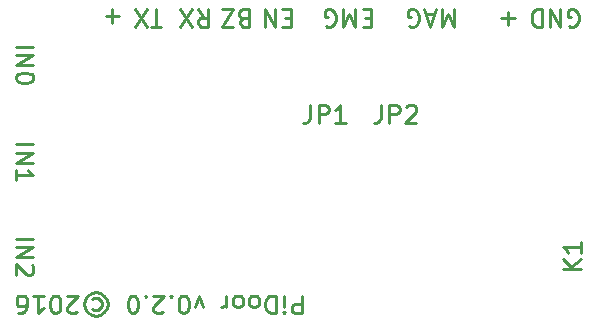
<source format=gto>
G04 #@! TF.FileFunction,Legend,Top*
%FSLAX46Y46*%
G04 Gerber Fmt 4.6, Leading zero omitted, Abs format (unit mm)*
G04 Created by KiCad (PCBNEW 4.0.2+dfsg1-stable) date Thu 06 Oct 2016 17:54:39 BST*
%MOMM*%
G01*
G04 APERTURE LIST*
%ADD10C,0.150000*%
%ADD11C,0.250000*%
%ADD12C,2.000000*%
%ADD13O,1.727200X1.727200*%
%ADD14C,2.400000*%
%ADD15R,2.000000X2.000000*%
%ADD16C,2.000000*%
G04 APERTURE END LIST*
D10*
D11*
X153335713Y-140331429D02*
X153335713Y-141831429D01*
X152764285Y-141831429D01*
X152621427Y-141760000D01*
X152549999Y-141688571D01*
X152478570Y-141545714D01*
X152478570Y-141331429D01*
X152549999Y-141188571D01*
X152621427Y-141117143D01*
X152764285Y-141045714D01*
X153335713Y-141045714D01*
X151835713Y-140331429D02*
X151835713Y-141331429D01*
X151835713Y-141831429D02*
X151907142Y-141760000D01*
X151835713Y-141688571D01*
X151764285Y-141760000D01*
X151835713Y-141831429D01*
X151835713Y-141688571D01*
X151121427Y-140331429D02*
X151121427Y-141831429D01*
X150764284Y-141831429D01*
X150549999Y-141760000D01*
X150407141Y-141617143D01*
X150335713Y-141474286D01*
X150264284Y-141188571D01*
X150264284Y-140974286D01*
X150335713Y-140688571D01*
X150407141Y-140545714D01*
X150549999Y-140402857D01*
X150764284Y-140331429D01*
X151121427Y-140331429D01*
X149407141Y-140331429D02*
X149549999Y-140402857D01*
X149621427Y-140474286D01*
X149692856Y-140617143D01*
X149692856Y-141045714D01*
X149621427Y-141188571D01*
X149549999Y-141260000D01*
X149407141Y-141331429D01*
X149192856Y-141331429D01*
X149049999Y-141260000D01*
X148978570Y-141188571D01*
X148907141Y-141045714D01*
X148907141Y-140617143D01*
X148978570Y-140474286D01*
X149049999Y-140402857D01*
X149192856Y-140331429D01*
X149407141Y-140331429D01*
X148049998Y-140331429D02*
X148192856Y-140402857D01*
X148264284Y-140474286D01*
X148335713Y-140617143D01*
X148335713Y-141045714D01*
X148264284Y-141188571D01*
X148192856Y-141260000D01*
X148049998Y-141331429D01*
X147835713Y-141331429D01*
X147692856Y-141260000D01*
X147621427Y-141188571D01*
X147549998Y-141045714D01*
X147549998Y-140617143D01*
X147621427Y-140474286D01*
X147692856Y-140402857D01*
X147835713Y-140331429D01*
X148049998Y-140331429D01*
X146907141Y-140331429D02*
X146907141Y-141331429D01*
X146907141Y-141045714D02*
X146835713Y-141188571D01*
X146764284Y-141260000D01*
X146621427Y-141331429D01*
X146478570Y-141331429D01*
X144978570Y-141331429D02*
X144621427Y-140331429D01*
X144264285Y-141331429D01*
X143407142Y-141831429D02*
X143264285Y-141831429D01*
X143121428Y-141760000D01*
X143049999Y-141688571D01*
X142978570Y-141545714D01*
X142907142Y-141260000D01*
X142907142Y-140902857D01*
X142978570Y-140617143D01*
X143049999Y-140474286D01*
X143121428Y-140402857D01*
X143264285Y-140331429D01*
X143407142Y-140331429D01*
X143549999Y-140402857D01*
X143621428Y-140474286D01*
X143692856Y-140617143D01*
X143764285Y-140902857D01*
X143764285Y-141260000D01*
X143692856Y-141545714D01*
X143621428Y-141688571D01*
X143549999Y-141760000D01*
X143407142Y-141831429D01*
X142264285Y-140474286D02*
X142192857Y-140402857D01*
X142264285Y-140331429D01*
X142335714Y-140402857D01*
X142264285Y-140474286D01*
X142264285Y-140331429D01*
X141621428Y-141688571D02*
X141549999Y-141760000D01*
X141407142Y-141831429D01*
X141049999Y-141831429D01*
X140907142Y-141760000D01*
X140835713Y-141688571D01*
X140764285Y-141545714D01*
X140764285Y-141402857D01*
X140835713Y-141188571D01*
X141692856Y-140331429D01*
X140764285Y-140331429D01*
X140121428Y-140474286D02*
X140050000Y-140402857D01*
X140121428Y-140331429D01*
X140192857Y-140402857D01*
X140121428Y-140474286D01*
X140121428Y-140331429D01*
X139121428Y-141831429D02*
X138978571Y-141831429D01*
X138835714Y-141760000D01*
X138764285Y-141688571D01*
X138692856Y-141545714D01*
X138621428Y-141260000D01*
X138621428Y-140902857D01*
X138692856Y-140617143D01*
X138764285Y-140474286D01*
X138835714Y-140402857D01*
X138978571Y-140331429D01*
X139121428Y-140331429D01*
X139264285Y-140402857D01*
X139335714Y-140474286D01*
X139407142Y-140617143D01*
X139478571Y-140902857D01*
X139478571Y-141260000D01*
X139407142Y-141545714D01*
X139335714Y-141688571D01*
X139264285Y-141760000D01*
X139121428Y-141831429D01*
X135621428Y-141474286D02*
X135764286Y-141545714D01*
X136050000Y-141545714D01*
X136192857Y-141474286D01*
X136335714Y-141331429D01*
X136407143Y-141188571D01*
X136407143Y-140902857D01*
X136335714Y-140760000D01*
X136192857Y-140617143D01*
X136050000Y-140545714D01*
X135764286Y-140545714D01*
X135621428Y-140617143D01*
X135907143Y-142045714D02*
X136264286Y-141974286D01*
X136621428Y-141760000D01*
X136835714Y-141402857D01*
X136907143Y-141045714D01*
X136835714Y-140688571D01*
X136621428Y-140331429D01*
X136264286Y-140117143D01*
X135907143Y-140045714D01*
X135550000Y-140117143D01*
X135192857Y-140331429D01*
X134978571Y-140688571D01*
X134907143Y-141045714D01*
X134978571Y-141402857D01*
X135192857Y-141760000D01*
X135550000Y-141974286D01*
X135907143Y-142045714D01*
X134335714Y-141688571D02*
X134264285Y-141760000D01*
X134121428Y-141831429D01*
X133764285Y-141831429D01*
X133621428Y-141760000D01*
X133549999Y-141688571D01*
X133478571Y-141545714D01*
X133478571Y-141402857D01*
X133549999Y-141188571D01*
X134407142Y-140331429D01*
X133478571Y-140331429D01*
X132550000Y-141831429D02*
X132407143Y-141831429D01*
X132264286Y-141760000D01*
X132192857Y-141688571D01*
X132121428Y-141545714D01*
X132050000Y-141260000D01*
X132050000Y-140902857D01*
X132121428Y-140617143D01*
X132192857Y-140474286D01*
X132264286Y-140402857D01*
X132407143Y-140331429D01*
X132550000Y-140331429D01*
X132692857Y-140402857D01*
X132764286Y-140474286D01*
X132835714Y-140617143D01*
X132907143Y-140902857D01*
X132907143Y-141260000D01*
X132835714Y-141545714D01*
X132764286Y-141688571D01*
X132692857Y-141760000D01*
X132550000Y-141831429D01*
X130621429Y-140331429D02*
X131478572Y-140331429D01*
X131050000Y-140331429D02*
X131050000Y-141831429D01*
X131192857Y-141617143D01*
X131335715Y-141474286D01*
X131478572Y-141402857D01*
X129335715Y-141831429D02*
X129621429Y-141831429D01*
X129764286Y-141760000D01*
X129835715Y-141688571D01*
X129978572Y-141474286D01*
X130050001Y-141188571D01*
X130050001Y-140617143D01*
X129978572Y-140474286D01*
X129907144Y-140402857D01*
X129764286Y-140331429D01*
X129478572Y-140331429D01*
X129335715Y-140402857D01*
X129264286Y-140474286D01*
X129192858Y-140617143D01*
X129192858Y-140974286D01*
X129264286Y-141117143D01*
X129335715Y-141188571D01*
X129478572Y-141260000D01*
X129764286Y-141260000D01*
X129907144Y-141188571D01*
X129978572Y-141117143D01*
X130050001Y-140974286D01*
X129121429Y-135510000D02*
X130621429Y-135510000D01*
X129121429Y-136224286D02*
X130621429Y-136224286D01*
X129121429Y-137081429D01*
X130621429Y-137081429D01*
X130478571Y-137724286D02*
X130550000Y-137795715D01*
X130621429Y-137938572D01*
X130621429Y-138295715D01*
X130550000Y-138438572D01*
X130478571Y-138510001D01*
X130335714Y-138581429D01*
X130192857Y-138581429D01*
X129978571Y-138510001D01*
X129121429Y-137652858D01*
X129121429Y-138581429D01*
X129121429Y-127510000D02*
X130621429Y-127510000D01*
X129121429Y-128224286D02*
X130621429Y-128224286D01*
X129121429Y-129081429D01*
X130621429Y-129081429D01*
X129121429Y-130581429D02*
X129121429Y-129724286D01*
X129121429Y-130152858D02*
X130621429Y-130152858D01*
X130407143Y-130010001D01*
X130264286Y-129867143D01*
X130192857Y-129724286D01*
X129121429Y-119260000D02*
X130621429Y-119260000D01*
X129121429Y-119974286D02*
X130621429Y-119974286D01*
X129121429Y-120831429D01*
X130621429Y-120831429D01*
X130621429Y-121831429D02*
X130621429Y-121974286D01*
X130550000Y-122117143D01*
X130478571Y-122188572D01*
X130335714Y-122260001D01*
X130050000Y-122331429D01*
X129692857Y-122331429D01*
X129407143Y-122260001D01*
X129264286Y-122188572D01*
X129192857Y-122117143D01*
X129121429Y-121974286D01*
X129121429Y-121831429D01*
X129192857Y-121688572D01*
X129264286Y-121617143D01*
X129407143Y-121545715D01*
X129692857Y-121474286D01*
X130050000Y-121474286D01*
X130335714Y-121545715D01*
X130478571Y-121617143D01*
X130550000Y-121688572D01*
X130621429Y-121831429D01*
X137871428Y-116652857D02*
X136728571Y-116652857D01*
X137300000Y-116081429D02*
X137300000Y-117224286D01*
X166192857Y-116081429D02*
X166192857Y-117581429D01*
X165692857Y-116510000D01*
X165192857Y-117581429D01*
X165192857Y-116081429D01*
X164550000Y-116510000D02*
X163835714Y-116510000D01*
X164692857Y-116081429D02*
X164192857Y-117581429D01*
X163692857Y-116081429D01*
X162407143Y-117510000D02*
X162550000Y-117581429D01*
X162764286Y-117581429D01*
X162978571Y-117510000D01*
X163121429Y-117367143D01*
X163192857Y-117224286D01*
X163264286Y-116938571D01*
X163264286Y-116724286D01*
X163192857Y-116438571D01*
X163121429Y-116295714D01*
X162978571Y-116152857D01*
X162764286Y-116081429D01*
X162621429Y-116081429D01*
X162407143Y-116152857D01*
X162335714Y-116224286D01*
X162335714Y-116724286D01*
X162621429Y-116724286D01*
X152407143Y-116867143D02*
X151907143Y-116867143D01*
X151692857Y-116081429D02*
X152407143Y-116081429D01*
X152407143Y-117581429D01*
X151692857Y-117581429D01*
X151050000Y-116081429D02*
X151050000Y-117581429D01*
X150192857Y-116081429D01*
X150192857Y-117581429D01*
X148407142Y-116867143D02*
X148192856Y-116795714D01*
X148121428Y-116724286D01*
X148049999Y-116581429D01*
X148049999Y-116367143D01*
X148121428Y-116224286D01*
X148192856Y-116152857D01*
X148335714Y-116081429D01*
X148907142Y-116081429D01*
X148907142Y-117581429D01*
X148407142Y-117581429D01*
X148264285Y-117510000D01*
X148192856Y-117438571D01*
X148121428Y-117295714D01*
X148121428Y-117152857D01*
X148192856Y-117010000D01*
X148264285Y-116938571D01*
X148407142Y-116867143D01*
X148907142Y-116867143D01*
X147549999Y-117581429D02*
X146549999Y-117581429D01*
X147549999Y-116081429D01*
X146549999Y-116081429D01*
X144549999Y-116081429D02*
X145049999Y-116795714D01*
X145407142Y-116081429D02*
X145407142Y-117581429D01*
X144835714Y-117581429D01*
X144692856Y-117510000D01*
X144621428Y-117438571D01*
X144549999Y-117295714D01*
X144549999Y-117081429D01*
X144621428Y-116938571D01*
X144692856Y-116867143D01*
X144835714Y-116795714D01*
X145407142Y-116795714D01*
X144049999Y-117581429D02*
X143049999Y-116081429D01*
X143049999Y-117581429D02*
X144049999Y-116081429D01*
X141442857Y-117581429D02*
X140585714Y-117581429D01*
X141014285Y-116081429D02*
X141014285Y-117581429D01*
X140228571Y-117581429D02*
X139228571Y-116081429D01*
X139228571Y-117581429D02*
X140228571Y-116081429D01*
X159228571Y-116867143D02*
X158728571Y-116867143D01*
X158514285Y-116081429D02*
X159228571Y-116081429D01*
X159228571Y-117581429D01*
X158514285Y-117581429D01*
X157871428Y-116081429D02*
X157871428Y-117581429D01*
X157371428Y-116510000D01*
X156871428Y-117581429D01*
X156871428Y-116081429D01*
X155371428Y-117510000D02*
X155514285Y-117581429D01*
X155728571Y-117581429D01*
X155942856Y-117510000D01*
X156085714Y-117367143D01*
X156157142Y-117224286D01*
X156228571Y-116938571D01*
X156228571Y-116724286D01*
X156157142Y-116438571D01*
X156085714Y-116295714D01*
X155942856Y-116152857D01*
X155728571Y-116081429D01*
X155585714Y-116081429D01*
X155371428Y-116152857D01*
X155299999Y-116224286D01*
X155299999Y-116724286D01*
X155585714Y-116724286D01*
X175942857Y-117510000D02*
X176085714Y-117581429D01*
X176300000Y-117581429D01*
X176514285Y-117510000D01*
X176657143Y-117367143D01*
X176728571Y-117224286D01*
X176800000Y-116938571D01*
X176800000Y-116724286D01*
X176728571Y-116438571D01*
X176657143Y-116295714D01*
X176514285Y-116152857D01*
X176300000Y-116081429D01*
X176157143Y-116081429D01*
X175942857Y-116152857D01*
X175871428Y-116224286D01*
X175871428Y-116724286D01*
X176157143Y-116724286D01*
X175228571Y-116081429D02*
X175228571Y-117581429D01*
X174371428Y-116081429D01*
X174371428Y-117581429D01*
X173657142Y-116081429D02*
X173657142Y-117581429D01*
X173299999Y-117581429D01*
X173085714Y-117510000D01*
X172942856Y-117367143D01*
X172871428Y-117224286D01*
X172799999Y-116938571D01*
X172799999Y-116724286D01*
X172871428Y-116438571D01*
X172942856Y-116295714D01*
X173085714Y-116152857D01*
X173299999Y-116081429D01*
X173657142Y-116081429D01*
X171371428Y-116867143D02*
X170228571Y-116867143D01*
X170800000Y-117438571D02*
X170800000Y-116295714D01*
X154050000Y-124188571D02*
X154050000Y-125260000D01*
X153978572Y-125474286D01*
X153835715Y-125617143D01*
X153621429Y-125688571D01*
X153478572Y-125688571D01*
X154764286Y-125688571D02*
X154764286Y-124188571D01*
X155335714Y-124188571D01*
X155478572Y-124260000D01*
X155550000Y-124331429D01*
X155621429Y-124474286D01*
X155621429Y-124688571D01*
X155550000Y-124831429D01*
X155478572Y-124902857D01*
X155335714Y-124974286D01*
X154764286Y-124974286D01*
X157050000Y-125688571D02*
X156192857Y-125688571D01*
X156621429Y-125688571D02*
X156621429Y-124188571D01*
X156478572Y-124402857D01*
X156335714Y-124545714D01*
X156192857Y-124617143D01*
X160050000Y-124188571D02*
X160050000Y-125260000D01*
X159978572Y-125474286D01*
X159835715Y-125617143D01*
X159621429Y-125688571D01*
X159478572Y-125688571D01*
X160764286Y-125688571D02*
X160764286Y-124188571D01*
X161335714Y-124188571D01*
X161478572Y-124260000D01*
X161550000Y-124331429D01*
X161621429Y-124474286D01*
X161621429Y-124688571D01*
X161550000Y-124831429D01*
X161478572Y-124902857D01*
X161335714Y-124974286D01*
X160764286Y-124974286D01*
X162192857Y-124331429D02*
X162264286Y-124260000D01*
X162407143Y-124188571D01*
X162764286Y-124188571D01*
X162907143Y-124260000D01*
X162978572Y-124331429D01*
X163050000Y-124474286D01*
X163050000Y-124617143D01*
X162978572Y-124831429D01*
X162121429Y-125688571D01*
X163050000Y-125688571D01*
X176978571Y-138117142D02*
X175478571Y-138117142D01*
X176978571Y-137259999D02*
X176121429Y-137902856D01*
X175478571Y-137259999D02*
X176335714Y-138117142D01*
X176978571Y-135831428D02*
X176978571Y-136688571D01*
X176978571Y-136259999D02*
X175478571Y-136259999D01*
X175692857Y-136402856D01*
X175835714Y-136545714D01*
X175907143Y-136688571D01*
%LPC*%
D12*
X154300000Y-122760000D02*
X156300000Y-122760000D01*
X160800000Y-122760000D02*
X162800000Y-122760000D01*
D13*
X145800000Y-130300000D03*
X145800000Y-127760000D03*
X148340000Y-130300000D03*
X148340000Y-127760000D03*
X150880000Y-130300000D03*
X150880000Y-127760000D03*
X153420000Y-130300000D03*
X153420000Y-127760000D03*
X155960000Y-130300000D03*
X155960000Y-127760000D03*
X158500000Y-130300000D03*
X158500000Y-127760000D03*
X161040000Y-130300000D03*
X161040000Y-127760000D03*
X163580000Y-130300000D03*
X163580000Y-127760000D03*
X166120000Y-130300000D03*
X166120000Y-127760000D03*
X168660000Y-130300000D03*
X168660000Y-127760000D03*
X171200000Y-130300000D03*
X171200000Y-127760000D03*
X173740000Y-130300000D03*
X173740000Y-127760000D03*
X176280000Y-130300000D03*
X176280000Y-127760000D03*
D14*
X174250000Y-119500000D03*
X170750000Y-119500000D03*
X132500000Y-135350000D03*
X132500000Y-138850000D03*
X132500000Y-127250000D03*
X132500000Y-130750000D03*
X132500000Y-119150000D03*
X132500000Y-122650000D03*
X137000000Y-119500000D03*
X151000000Y-119500000D03*
X140500000Y-119500000D03*
X147500000Y-119500000D03*
X144000000Y-119500000D03*
X166300000Y-119500000D03*
X155500000Y-119500000D03*
X162650000Y-119500000D03*
X159150000Y-119500000D03*
D15*
X154050000Y-122760000D03*
X156550000Y-122760000D03*
X160550000Y-122760000D03*
X163050000Y-122760000D03*
D16*
X174110000Y-139800000D03*
X174110000Y-134720000D03*
X166490000Y-139800000D03*
X169030000Y-134720000D03*
M02*

</source>
